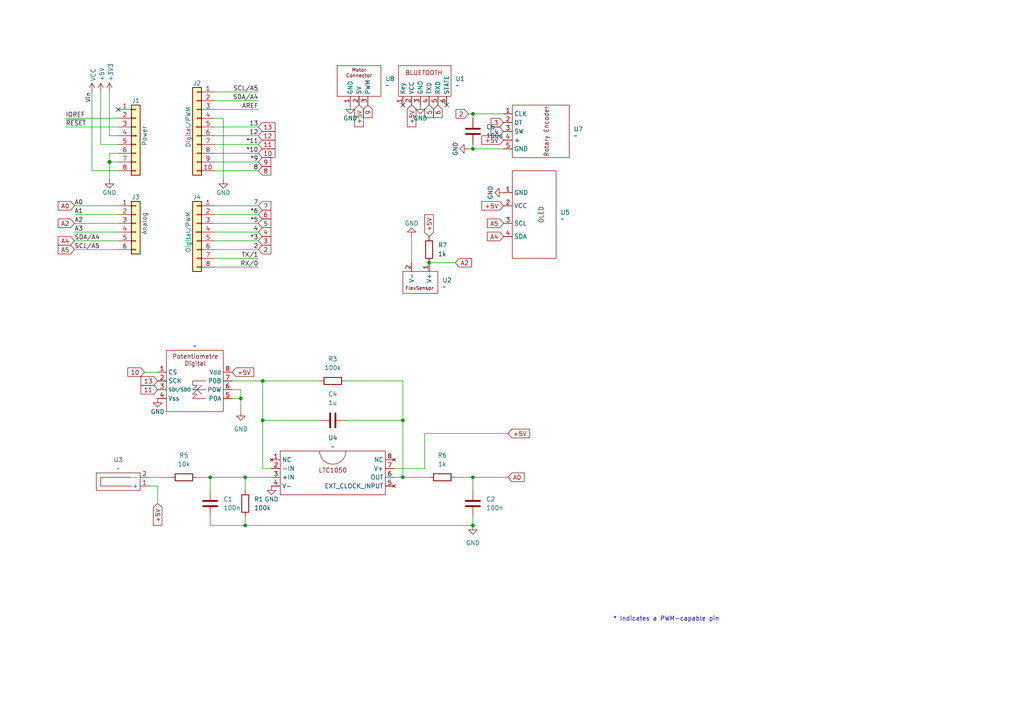
<source format=kicad_sch>
(kicad_sch (version 20250114) (generator "eeschema") (generator_version "9.0")
  (paper "A4")
  (title_block (date "mar. 31 mars 2015"))
  (lib_symbols
    (symbol "Connector_Generic:Conn_01x06" (pin_names (offset 1.016) (hide yes))
      (property "Reference" "J" (at 0 7.62 0))
      (property "Value" "Conn_01x06" (at 0 -10.16 0))
      (symbol "Conn_01x06_1_1"
        (rectangle (start -1.27 6.35) (end 1.27 -8.89) (stroke (width 0.254)) (fill (type background)))
        (rectangle (start -1.27 5.207) (end 0 4.953) (stroke (width 0.1524)))
        (rectangle (start -1.27 2.667) (end 0 2.413) (stroke (width 0.1524)))
        (rectangle (start -1.27 0.127) (end 0 -0.127) (stroke (width 0.1524)))
        (rectangle (start -1.27 -2.413) (end 0 -2.667) (stroke (width 0.1524)))
        (rectangle (start -1.27 -4.953) (end 0 -5.207) (stroke (width 0.1524)))
        (rectangle (start -1.27 -7.493) (end 0 -7.747) (stroke (width 0.1524)))
        (pin passive line (at -5.08 5.08 0) (length 3.81) (name "Pin_1") (number "1"))
        (pin passive line (at -5.08 2.54 0) (length 3.81) (name "Pin_2") (number "2"))
        (pin passive line (at -5.08 0 0) (length 3.81) (name "Pin_3") (number "3"))
        (pin passive line (at -5.08 -2.54 0) (length 3.81) (name "Pin_4") (number "4"))
        (pin passive line (at -5.08 -5.08 0) (length 3.81) (name "Pin_5") (number "5"))
        (pin passive line (at -5.08 -7.62 0) (length 3.81) (name "Pin_6") (number "6"))
      )
    )
    (symbol "Connector_Generic:Conn_01x08" (pin_names (offset 1.016) (hide yes))
      (property "Reference" "J" (at 0 10.16 0))
      (property "Value" "Conn_01x08" (at 0 -12.7 0))
      (symbol "Conn_01x08_1_1"
        (rectangle (start -1.27 8.89) (end 1.27 -11.43) (stroke (width 0.254)) (fill (type background)))
        (rectangle (start -1.27 7.747) (end 0 7.493) (stroke (width 0.1524)))
        (rectangle (start -1.27 5.207) (end 0 4.953) (stroke (width 0.1524)))
        (rectangle (start -1.27 2.667) (end 0 2.413) (stroke (width 0.1524)))
        (rectangle (start -1.27 0.127) (end 0 -0.127) (stroke (width 0.1524)))
        (rectangle (start -1.27 -2.413) (end 0 -2.667) (stroke (width 0.1524)))
        (rectangle (start -1.27 -4.953) (end 0 -5.207) (stroke (width 0.1524)))
        (rectangle (start -1.27 -7.493) (end 0 -7.747) (stroke (width 0.1524)))
        (rectangle (start -1.27 -10.033) (end 0 -10.287) (stroke (width 0.1524)))
        (pin passive line (at -5.08 7.62 0) (length 3.81) (name "Pin_1") (number "1"))
        (pin passive line (at -5.08 5.08 0) (length 3.81) (name "Pin_2") (number "2"))
        (pin passive line (at -5.08 2.54 0) (length 3.81) (name "Pin_3") (number "3"))
        (pin passive line (at -5.08 0 0) (length 3.81) (name "Pin_4") (number "4"))
        (pin passive line (at -5.08 -2.54 0) (length 3.81) (name "Pin_5") (number "5"))
        (pin passive line (at -5.08 -5.08 0) (length 3.81) (name "Pin_6") (number "6"))
        (pin passive line (at -5.08 -7.62 0) (length 3.81) (name "Pin_7") (number "7"))
        (pin passive line (at -5.08 -10.16 0) (length 3.81) (name "Pin_8") (number "8"))
      )
    )
    (symbol "Connector_Generic:Conn_01x10" (pin_names (offset 1.016) (hide yes))
      (property "Reference" "J" (at 0 12.7 0))
      (property "Value" "Conn_01x10" (at 0 -15.24 0))
      (symbol "Conn_01x10_1_1"
        (rectangle (start -1.27 11.43) (end 1.27 -13.97) (stroke (width 0.254)) (fill (type background)))
        (rectangle (start -1.27 10.287) (end 0 10.033) (stroke (width 0.1524)))
        (rectangle (start -1.27 7.747) (end 0 7.493) (stroke (width 0.1524)))
        (rectangle (start -1.27 5.207) (end 0 4.953) (stroke (width 0.1524)))
        (rectangle (start -1.27 2.667) (end 0 2.413) (stroke (width 0.1524)))
        (rectangle (start -1.27 0.127) (end 0 -0.127) (stroke (width 0.1524)))
        (rectangle (start -1.27 -2.413) (end 0 -2.667) (stroke (width 0.1524)))
        (rectangle (start -1.27 -4.953) (end 0 -5.207) (stroke (width 0.1524)))
        (rectangle (start -1.27 -7.493) (end 0 -7.747) (stroke (width 0.1524)))
        (rectangle (start -1.27 -10.033) (end 0 -10.287) (stroke (width 0.1524)))
        (rectangle (start -1.27 -12.573) (end 0 -12.827) (stroke (width 0.1524)))
        (pin passive line (at -5.08 10.16 0) (length 3.81) (name "Pin_1") (number "1"))
        (pin passive line (at -5.08 7.62 0) (length 3.81) (name "Pin_2") (number "2"))
        (pin passive line (at -5.08 5.08 0) (length 3.81) (name "Pin_3") (number "3"))
        (pin passive line (at -5.08 2.54 0) (length 3.81) (name "Pin_4") (number "4"))
        (pin passive line (at -5.08 0 0) (length 3.81) (name "Pin_5") (number "5"))
        (pin passive line (at -5.08 -2.54 0) (length 3.81) (name "Pin_6") (number "6"))
        (pin passive line (at -5.08 -5.08 0) (length 3.81) (name "Pin_7") (number "7"))
        (pin passive line (at -5.08 -7.62 0) (length 3.81) (name "Pin_8") (number "8"))
        (pin passive line (at -5.08 -10.16 0) (length 3.81) (name "Pin_9") (number "9"))
        (pin passive line (at -5.08 -12.7 0) (length 3.81) (name "Pin_10") (number "10"))
      )
    )
    (symbol "Device:C" (pin_numbers (hide yes)) (pin_names (offset 0.254))
      (property "Reference" "C" (at 0.635 2.54 0))
      (property "Value" "C" (at 0.635 -2.54 0))
      (symbol "C_0_1"
        (polyline (pts (xy -2.032 0.762) (xy 2.032 0.762)) (stroke (width 0.508)))
        (polyline (pts (xy -2.032 -0.762) (xy 2.032 -0.762)) (stroke (width 0.508)))
      )
      (symbol "C_1_1"
        (pin passive line (at 0 3.81 270) (length 2.794) (name "~") (number "1"))
        (pin passive line (at 0 -3.81 90) (length 2.794) (name "~") (number "2"))
      )
    )
    (symbol "Device:R" (pin_numbers (hide yes)) (pin_names (offset 0))
      (property "Reference" "R" (at 2.032 0 90))
      (property "Value" "R" (at 0 0 90))
      (symbol "R_0_1"
        (rectangle (start -1.016 -2.54) (end 1.016 2.54) (stroke (width 0.254)))
      )
      (symbol "R_1_1"
        (pin passive line (at 0 3.81 270) (length 1.27) (name "~") (number "1"))
        (pin passive line (at 0 -3.81 90) (length 1.27) (name "~") (number "2"))
      )
    )
    (symbol "Projet_Capteur_Librairie_Symbole:Symbole_Bluetooth"
      (property "Reference" "U" (at 0 11.43 0))
      (symbol "Symbole_Bluetooth_0_1"
        (rectangle (start -7.62 13.97) (end 7.62 5.08))
      )
      (symbol "Symbole_Bluetooth_1_1"
        (text "BLUETOOTH\n" (at -0.254 11.938 0) (effects (font (size 1.27 1.27))))
        (pin input line (at -6.35 2.54 90) (length 2.54) (name "Key") (number "1"))
        (pin input line (at -3.81 2.54 90) (length 2.54) (name "VCC") (number "2"))
        (pin input line (at -1.27 2.54 90) (length 2.54) (name "GND") (number "3"))
        (pin output line (at 1.27 2.54 90) (length 2.54) (name "TXD") (number "4"))
        (pin input line (at 3.81 2.54 90) (length 2.54) (name "RXD") (number "5"))
        (pin output line (at 6.35 2.54 90) (length 2.54) (name "STATE") (number "6"))
      )
    )
    (symbol "Projet_Capteur_Librairie_Symbole:Symbole_ConnectorMotor"
      (property "Reference" "U" (at 0 0 0))
      (symbol "Symbole_ConnectorMotor_0_1"
        (rectangle (start -6.35 8.89) (end 6.35 0))
      )
      (symbol "Symbole_ConnectorMotor_1_1"
        (text "Motor\nConnector" (at 0 6.858 0) (effects (font (size 1 1))))
        (pin input line (at -2.54 -2.54 90) (length 2.54) (name "GND") (number "1"))
        (pin input line (at 0 -2.54 90) (length 2.54) (name "5V") (number "2"))
        (pin input line (at 2.54 -2.54 90) (length 2.54) (name "PWM") (number "3"))
      )
    )
    (symbol "Projet_Capteur_Librairie_Symbole:Symbole_FlexSensor"
      (property "Reference" "U" (at 0 0 0))
      (symbol "Symbole_FlexSensor_0_1"
        (rectangle (start -5.08 8.89) (end 5.08 2.54))
      )
      (symbol "Symbole_FlexSensor_1_1"
        (text "FlexSensor" (at 0.254 7.366 0) (effects (font (size 1 1))))
        (pin input line (at -2.54 0 90) (length 2.54) (name "V+") (number "1"))
        (pin output line (at 2.54 0 90) (length 2.54) (name "V-") (number "2"))
      )
    )
    (symbol "Projet_Capteur_Librairie_Symbole:Symbole_Graphite_Sensor"
      (property "Reference" "U" (at 0 3.81 0))
      (symbol "Symbole_Graphite_Sensor_0_1"
        (rectangle (start -2.54 12.7) (end 2.54 0))
        (polyline (pts (xy -1.27 2.54) (xy -1.27 11.43) (xy 1.27 11.43) (xy 1.27 2.54)))
      )
      (symbol "Symbole_Graphite_Sensor_1_1"
        (pin input line (at -1.27 -2.54 90) (length 2.54) (name "+") (number "1"))
        (pin input line (at 1.27 -2.54 90) (length 2.54) (name "-") (number "2"))
      )
    )
    (symbol "Projet_Capteur_Librairie_Symbole:Symbole_LTC1050"
      (property "Reference" "U" (at 0 -2.794 0))
      (symbol "Symbole_LTC1050_0_1"
        (rectangle (start -15.24 5.08) (end 15.24 -7.62))
        (arc (start 3.81 5.08) (mid 0 1.27) (end -3.81 5.08))
      )
      (symbol "Symbole_LTC1050_1_1"
        (text "LTC1050" (at 0 -0.508 0) (effects (font (size 1.27 1.27))))
        (pin no_connect line (at -17.78 2.54 0) (length 2.54) (name "NC") (number "1"))
        (pin input line (at -17.78 0 0) (length 2.54) (name "-IN") (number "2"))
        (pin input line (at -17.78 -2.54 0) (length 2.54) (name "+IN") (number "3"))
        (pin input line (at -17.78 -5.08 0) (length 2.54) (name "V-") (number "4"))
        (pin no_connect line (at 17.78 2.54 180) (length 2.54) (name "NC") (number "8"))
        (pin input line (at 17.78 0 180) (length 2.54) (name "V+") (number "7"))
        (pin output line (at 17.78 -2.54 180) (length 2.54) (name "OUT") (number "6"))
        (pin no_connect line (at 17.78 -5.08 180) (length 2.54) (name "EXT_CLOCK_INPUT") (number "5"))
      )
    )
    (symbol "Projet_Capteur_Librairie_Symbole:Symbole_OLED"
      (property "Reference" "U" (at 0 5.08 0))
      (symbol "Symbole_OLED_0_1"
        (rectangle (start -12.7 12.7) (end 12.7 0))
      )
      (symbol "Symbole_OLED_1_1"
        (text "OLED" (at 0 8.382 0) (effects (font (size 1.27 1.27))))
        (pin input line (at -6.35 -2.54 90) (length 2.54) (name "GND") (number "1"))
        (pin input line (at -2.54 -2.54 90) (length 2.54) (name "VCC") (number "2"))
        (pin input line (at 2.54 -2.54 90) (length 2.54) (name "SCL") (number "3"))
        (pin input line (at 6.35 -2.54 90) (length 2.54) (name "SDA") (number "4"))
      )
    )
    (symbol "Projet_Capteur_Librairie_Symbole:Symbole_PotentiometreDigital"
      (symbol "Symbole_PotentiometreDigital_0_1"
        (rectangle (start -8.89 10.16) (end 7.62 -7.62))
        (polyline (pts (xy 2.54 1.27) (xy 0 1.27) (xy -1.27 1.27) (xy -1.27 0) (xy 0 0) (xy -1.27 -1.27) (xy 0 -1.27) (xy -1.27 -2.54) (xy 0 -2.54) (xy -1.27 -3.81) (xy 2.54 -3.81)))
        (polyline (pts (xy 2.54 -1.27) (xy 0 -1.27) (xy 1.27 0) (xy 0 -1.27) (xy 1.27 -2.54)))
      )
      (symbol "Symbole_PotentiometreDigital_1_1"
        (text "Potentiometre\nDigital" (at -0.508 7.366 0) (effects (font (size 1.27 1.27))))
        (pin bidirectional line (at -11.43 3.81 0) (length 2.54) (name "CS") (number "1"))
        (pin bidirectional line (at -11.43 1.27 0) (length 2.54) (name "SCK") (number "2"))
        (pin bidirectional line (at -11.43 -1.27 0) (length 2.54) (name "SDI/SDO") (number "3"))
        (pin bidirectional line (at -11.43 -3.81 0) (length 2.54) (name "Vss") (number "4"))
        (pin bidirectional line (at 10.16 3.81 180) (length 2.54) (name "Vdd") (number "8"))
        (pin bidirectional line (at 10.16 1.27 180) (length 2.54) (name "P0B") (number "7"))
        (pin bidirectional line (at 10.16 -1.27 180) (length 2.54) (name "P0W") (number "6"))
        (pin bidirectional line (at 10.16 -3.81 180) (length 2.54) (name "P0A") (number "5"))
      )
    )
    (symbol "Projet_Capteur_Librairie_Symbole:Symbole_RotaryEncoder"
      (property "Reference" "U" (at 0 12.446 0))
      (symbol "Symbole_RotaryEncoder_0_1"
        (rectangle (start -7.62 16.51) (end 7.62 0))
      )
      (symbol "Symbole_RotaryEncoder_1_1"
        (text "Rotary Encoder" (at 0 9.906 0) (effects (font (size 1.27 1.27))))
        (pin input line (at -5.08 -2.54 90) (length 2.54) (name "CLK") (number "1"))
        (pin input line (at -2.54 -2.54 90) (length 2.54) (name "DT") (number "2"))
        (pin input line (at 0 -2.54 90) (length 2.54) (name "SW") (number "3"))
        (pin input line (at 2.54 -2.54 90) (length 2.54) (name "+") (number "4"))
        (pin input line (at 5.08 -2.54 90) (length 2.54) (name "GND") (number "5"))
      )
    )
    (symbol "power:+3V3" (power) (pin_numbers (hide yes)) (pin_names (offset 0) (hide yes))
      (property "Value" "+3V3" (at 0 3.556 0))
      (symbol "+3V3_0_1"
        (polyline (pts (xy -0.762 1.27) (xy 0 2.54)))
        (polyline (pts (xy 0 2.54) (xy 0.762 1.27)))
        (polyline (pts (xy 0 0) (xy 0 2.54)))
      )
      (symbol "+3V3_1_1"
        (pin power_in line (at 0 0 90) (length 0) (name "~") (number "1"))
      )
    )
    (symbol "power:+5V" (power) (pin_numbers (hide yes)) (pin_names (offset 0) (hide yes))
      (property "Value" "+5V" (at 0 3.556 0))
      (symbol "+5V_0_1"
        (polyline (pts (xy -0.762 1.27) (xy 0 2.54)))
        (polyline (pts (xy 0 2.54) (xy 0.762 1.27)))
        (polyline (pts (xy 0 0) (xy 0 2.54)))
      )
      (symbol "+5V_1_1"
        (pin power_in line (at 0 0 90) (length 0) (name "~") (number "1"))
      )
    )
    (symbol "power:GND" (power) (pin_numbers (hide yes)) (pin_names (offset 0) (hide yes))
      (property "Value" "GND" (at 0 -3.81 0))
      (symbol "GND_0_1"
        (polyline (pts (xy 0 0) (xy 0 -1.27) (xy 1.27 -1.27) (xy 0 -2.54) (xy -1.27 -1.27) (xy 0 -1.27)))
      )
      (symbol "GND_1_1"
        (pin power_in line (at 0 0 270) (length 0) (name "~") (number "1"))
      )
    )
    (symbol "power:VCC" (power) (pin_numbers (hide yes)) (pin_names (offset 0) (hide yes))
      (property "Value" "VCC" (at 0 3.556 0))
      (symbol "VCC_0_1"
        (polyline (pts (xy -0.762 1.27) (xy 0 2.54)))
        (polyline (pts (xy 0 2.54) (xy 0.762 1.27)))
        (polyline (pts (xy 0 0) (xy 0 2.54)))
      )
      (symbol "VCC_1_1"
        (pin power_in line (at 0 0 90) (length 0) (name "~") (number "1"))
      )
    )
  )
  (text "* Indicates a PWM-capable pin" (at 177.8 180.34 0) (effects (font (size 1.27 1.27)) (justify left bottom)))
  (junction (at 69.85 115.57))
  (junction (at 31.75 46.99) (diameter 1.016))
  (junction (at 76.2 121.92))
  (junction (at 76.2 110.49))
  (junction (at 116.84 121.92))
  (junction (at 60.96 138.43))
  (junction (at 71.12 138.43))
  (junction (at 124.46 76.2))
  (junction (at 137.16 152.4))
  (junction (at 71.12 152.4))
  (junction (at 137.16 43.18))
  (junction (at 137.16 33.02))
  (junction (at 116.84 138.43))
  (junction (at 137.16 138.43))
  (no_connect (at 34.29 31.75))
  (no_connect (at 116.84 30.48))
  (no_connect (at 129.54 30.48))
  (wire (pts (xy 62.23 77.47) (xy 74.93 77.47)))
  (wire (pts (xy 62.23 44.45) (xy 74.93 44.45)))
  (wire (pts (xy 114.3 135.89) (xy 123.19 135.89)))
  (wire (pts (xy 62.23 26.67) (xy 74.93 26.67)))
  (wire (pts (xy 67.31 113.03) (xy 69.85 113.03)))
  (wire (pts (xy 124.46 76.2) (xy 132.08 76.2)))
  (wire (pts (xy 137.16 33.02) (xy 146.05 33.02)))
  (wire (pts (xy 31.75 44.45) (xy 31.75 46.99)))
  (wire (pts (xy 123.19 125.73) (xy 123.19 135.89)))
  (wire (pts (xy 21.59 72.39) (xy 34.29 72.39)))
  (wire (pts (xy 57.15 138.43) (xy 60.96 138.43)))
  (wire (pts (xy 43.18 138.43) (xy 49.53 138.43)))
  (wire (pts (xy 132.08 138.43) (xy 137.16 138.43)))
  (wire (pts (xy 31.75 46.99) (xy 31.75 52.07)))
  (wire (pts (xy 135.89 43.18) (xy 137.16 43.18)))
  (wire (pts (xy 31.75 39.37) (xy 34.29 39.37)))
  (wire (pts (xy 29.21 41.91) (xy 34.29 41.91)))
  (wire (pts (xy 137.16 149.86) (xy 137.16 152.4)))
  (wire (pts (xy 29.21 26.67) (xy 29.21 41.91)))
  (wire (pts (xy 62.23 36.83) (xy 74.93 36.83)))
  (wire (pts (xy 137.16 33.02) (xy 137.16 34.29)))
  (wire (pts (xy 114.3 138.43) (xy 116.84 138.43)))
  (wire (pts (xy 31.75 26.67) (xy 31.75 39.37)))
  (wire (pts (xy 62.23 59.69) (xy 74.93 59.69)))
  (wire (pts (xy 71.12 138.43) (xy 78.74 138.43)))
  (wire (pts (xy 78.74 135.89) (xy 76.2 135.89)))
  (wire (pts (xy 34.29 59.69) (xy 21.59 59.69)))
  (wire (pts (xy 67.31 110.49) (xy 76.2 110.49)))
  (wire (pts (xy 62.23 39.37) (xy 74.93 39.37)))
  (wire (pts (xy 62.23 62.23) (xy 74.93 62.23)))
  (wire (pts (xy 76.2 121.92) (xy 92.71 121.92)))
  (wire (pts (xy 116.84 110.49) (xy 116.84 121.92)))
  (wire (pts (xy 135.89 33.02) (xy 137.16 33.02)))
  (wire (pts (xy 62.23 46.99) (xy 74.93 46.99)))
  (wire (pts (xy 41.91 107.95) (xy 45.72 107.95)))
  (wire (pts (xy 60.96 152.4) (xy 71.12 152.4)))
  (wire (pts (xy 76.2 121.92) (xy 76.2 135.89)))
  (wire (pts (xy 62.23 67.31) (xy 74.93 67.31)))
  (wire (pts (xy 19.05 34.29) (xy 34.29 34.29)))
  (wire (pts (xy 116.84 138.43) (xy 124.46 138.43)))
  (wire (pts (xy 137.16 43.18) (xy 146.05 43.18)))
  (wire (pts (xy 100.33 110.49) (xy 116.84 110.49)))
  (wire (pts (xy 64.77 34.29) (xy 64.77 52.07)))
  (wire (pts (xy 62.23 31.75) (xy 74.93 31.75)))
  (wire (pts (xy 45.72 140.97) (xy 45.72 146.05)))
  (wire (pts (xy 43.18 140.97) (xy 45.72 140.97)))
  (wire (pts (xy 60.96 149.86) (xy 60.96 152.4)))
  (wire (pts (xy 34.29 64.77) (xy 21.59 64.77)))
  (wire (pts (xy 19.05 36.83) (xy 34.29 36.83)))
  (wire (pts (xy 34.29 46.99) (xy 31.75 46.99)))
  (wire (pts (xy 60.96 138.43) (xy 71.12 138.43)))
  (wire (pts (xy 71.12 149.86) (xy 71.12 152.4)))
  (wire (pts (xy 123.19 125.73) (xy 147.32 125.73)))
  (wire (pts (xy 71.12 152.4) (xy 137.16 152.4)))
  (wire (pts (xy 34.29 49.53) (xy 26.67 49.53)))
  (wire (pts (xy 21.59 62.23) (xy 34.29 62.23)))
  (wire (pts (xy 67.31 115.57) (xy 69.85 115.57)))
  (wire (pts (xy 62.23 34.29) (xy 64.77 34.29)))
  (wire (pts (xy 137.16 138.43) (xy 147.32 138.43)))
  (wire (pts (xy 34.29 44.45) (xy 31.75 44.45)))
  (wire (pts (xy 62.23 41.91) (xy 74.93 41.91)))
  (wire (pts (xy 69.85 113.03) (xy 69.85 115.57)))
  (wire (pts (xy 60.96 138.43) (xy 60.96 142.24)))
  (wire (pts (xy 62.23 64.77) (xy 74.93 64.77)))
  (wire (pts (xy 71.12 138.43) (xy 71.12 142.24)))
  (wire (pts (xy 21.59 67.31) (xy 34.29 67.31)))
  (wire (pts (xy 137.16 138.43) (xy 137.16 142.24)))
  (wire (pts (xy 69.85 115.57) (xy 69.85 119.38)))
  (wire (pts (xy 116.84 121.92) (xy 116.84 138.43)))
  (wire (pts (xy 62.23 29.21) (xy 74.93 29.21)))
  (wire (pts (xy 76.2 110.49) (xy 76.2 121.92)))
  (wire (pts (xy 62.23 72.39) (xy 74.93 72.39)))
  (wire (pts (xy 119.38 68.58) (xy 119.38 76.2)))
  (wire (pts (xy 62.23 69.85) (xy 74.93 69.85)))
  (wire (pts (xy 137.16 41.91) (xy 137.16 43.18)))
  (wire (pts (xy 92.71 110.49) (xy 76.2 110.49)))
  (wire (pts (xy 62.23 74.93) (xy 74.93 74.93)))
  (wire (pts (xy 26.67 49.53) (xy 26.67 26.67)))
  (wire (pts (xy 100.33 121.92) (xy 116.84 121.92)))
  (wire (pts (xy 34.29 69.85) (xy 21.59 69.85)))
  (wire (pts (xy 62.23 49.53) (xy 74.93 49.53)))
  (label "RX{slash}0" (at 74.93 77.47 180))
  (label "A2" (at 21.59 64.77 0))
  (label "4" (at 74.93 67.31 180))
  (label "2" (at 74.93 72.39 180))
  (label "A3" (at 21.59 67.31 0))
  (label "13" (at 74.93 36.83 180))
  (label "12" (at 74.93 39.37 180))
  (label "~{RESET}" (at 19.05 36.83 0))
  (label "*10" (at 74.93 44.45 180))
  (label "7" (at 74.93 59.69 180))
  (label "SDA{slash}A4" (at 74.93 29.21 180))
  (label "8" (at 74.93 49.53 180))
  (label "*11" (at 74.93 41.91 180))
  (label "*3" (at 74.93 69.85 180))
  (label "A1" (at 21.59 62.23 0))
  (label "TX{slash}1" (at 74.93 74.93 180))
  (label "A0" (at 21.59 59.69 0))
  (label "AREF" (at 74.93 31.75 180))
  (label "Vin" (at 26.67 26.67 270))
  (label "*6" (at 74.93 62.23 180))
  (label "SCL{slash}A5" (at 74.93 26.67 180))
  (label "*9" (at 74.93 46.99 180))
  (label "*5" (at 74.93 64.77 180))
  (label "IOREF" (at 19.05 34.29 0))
  (label "SDA{slash}A4" (at 21.59 69.85 0))
  (label "SCL{slash}A5" (at 21.59 72.39 0))
  (global_label "6" (shape input) (at 74.93 62.23 0) (property "Intersheetrefs" "${INTERSHEET_REFS}" (effects (hide yes))))
  (global_label "9" (shape input) (at 106.68 30.48 270) (property "Intersheetrefs" "${INTERSHEET_REFS}" (effects (hide yes))))
  (global_label "A0" (shape input) (at 21.59 59.69 180) (property "Intersheetrefs" "${INTERSHEET_REFS}" (effects (hide yes))))
  (global_label "+5V" (shape input) (at 45.72 146.05 270) (property "Intersheetrefs" "${INTERSHEET_REFS}" (effects (hide yes))))
  (global_label "+5V" (shape input) (at 124.46 68.58 90) (property "Intersheetrefs" "${INTERSHEET_REFS}" (effects (hide yes))))
  (global_label "11" (shape input) (at 74.93 41.91 0) (property "Intersheetrefs" "${INTERSHEET_REFS}" (effects (hide yes))))
  (global_label "4" (shape input) (at 74.93 67.31 0) (property "Intersheetrefs" "${INTERSHEET_REFS}" (effects (hide yes))))
  (global_label "9" (shape input) (at 74.93 46.99 0) (property "Intersheetrefs" "${INTERSHEET_REFS}" (effects (hide yes))))
  (global_label "11" (shape input) (at 45.72 113.03 180) (property "Intersheetrefs" "${INTERSHEET_REFS}" (effects (hide yes))))
  (global_label "13" (shape input) (at 45.72 110.49 180) (property "Intersheetrefs" "${INTERSHEET_REFS}" (effects (hide yes))))
  (global_label "+5V" (shape input) (at 146.05 40.64 180) (property "Intersheetrefs" "${INTERSHEET_REFS}" (effects (hide yes))))
  (global_label "+5V" (shape input) (at 67.31 107.95 0) (property "Intersheetrefs" "${INTERSHEET_REFS}" (effects (hide yes))))
  (global_label "5" (shape input) (at 74.93 64.77 0) (property "Intersheetrefs" "${INTERSHEET_REFS}" (effects (hide yes))))
  (global_label "8" (shape input) (at 74.93 49.53 0) (property "Intersheetrefs" "${INTERSHEET_REFS}" (effects (hide yes))))
  (global_label "+5V" (shape input) (at 119.38 30.48 270) (property "Intersheetrefs" "${INTERSHEET_REFS}" (effects (hide yes))))
  (global_label "5" (shape input) (at 124.46 30.48 270) (property "Intersheetrefs" "${INTERSHEET_REFS}" (effects (hide yes))))
  (global_label "A2" (shape input) (at 21.59 64.77 180) (property "Intersheetrefs" "${INTERSHEET_REFS}" (effects (hide yes))))
  (global_label "2" (shape input) (at 135.89 33.02 180) (property "Intersheetrefs" "${INTERSHEET_REFS}" (effects (hide yes))))
  (global_label "12" (shape input) (at 74.93 39.37 0) (property "Intersheetrefs" "${INTERSHEET_REFS}" (effects (hide yes))))
  (global_label "A2" (shape input) (at 132.08 76.2 0) (property "Intersheetrefs" "${INTERSHEET_REFS}" (effects (hide yes))))
  (global_label "A5" (shape input) (at 21.59 72.39 180) (property "Intersheetrefs" "${INTERSHEET_REFS}" (effects (hide yes))))
  (global_label "+5V" (shape input) (at 146.05 59.69 180) (property "Intersheetrefs" "${INTERSHEET_REFS}" (effects (hide yes))))
  (global_label "13" (shape input) (at 74.93 36.83 0) (property "Intersheetrefs" "${INTERSHEET_REFS}" (effects (hide yes))))
  (global_label "A5" (shape input) (at 146.05 64.77 180) (property "Intersheetrefs" "${INTERSHEET_REFS}" (effects (hide yes))))
  (global_label "7" (shape input) (at 74.93 59.69 0) (property "Intersheetrefs" "${INTERSHEET_REFS}" (effects (hide yes))))
  (global_label "2" (shape input) (at 74.93 72.39 0) (property "Intersheetrefs" "${INTERSHEET_REFS}" (effects (hide yes))))
  (global_label "3" (shape input) (at 146.05 35.56 180) (property "Intersheetrefs" "${INTERSHEET_REFS}" (effects (hide yes))))
  (global_label "A4" (shape input) (at 146.05 68.58 180) (property "Intersheetrefs" "${INTERSHEET_REFS}" (effects (hide yes))))
  (global_label "3" (shape input) (at 74.93 69.85 0) (property "Intersheetrefs" "${INTERSHEET_REFS}" (effects (hide yes))))
  (global_label "4" (shape input) (at 146.05 38.1 180) (property "Intersheetrefs" "${INTERSHEET_REFS}" (effects (hide yes))))
  (global_label "6" (shape input) (at 127 30.48 270) (property "Intersheetrefs" "${INTERSHEET_REFS}" (effects (hide yes))))
  (global_label "+5V" (shape input) (at 104.14 30.48 270) (property "Intersheetrefs" "${INTERSHEET_REFS}" (effects (hide yes))))
  (global_label "+5V" (shape input) (at 147.32 125.73 0) (property "Intersheetrefs" "${INTERSHEET_REFS}" (effects (hide yes))))
  (global_label "10" (shape input) (at 41.91 107.95 180) (property "Intersheetrefs" "${INTERSHEET_REFS}" (effects (hide yes))))
  (global_label "10" (shape input) (at 74.93 44.45 0) (property "Intersheetrefs" "${INTERSHEET_REFS}" (effects (hide yes))))
  (global_label "A0" (shape input) (at 147.32 138.43 0) (property "Intersheetrefs" "${INTERSHEET_REFS}" (effects (hide yes))))
  (global_label "A4" (shape input) (at 21.59 69.85 180) (property "Intersheetrefs" "${INTERSHEET_REFS}" (effects (hide yes))))
  (symbol (lib_id "Connector_Generic:Conn_01x08") (at 39.37 39.37 0) (unit 1)
    (property "Reference" "J1" (at 39.37 29.21 0))
    (property "Value" "Power" (at 41.91 39.37 90))
    (property "Footprint" "Connector_PinSocket_2.54mm:PinSocket_1x08_P2.54mm_Vertical" (effects (hide yes)))
    (property "Datasheet" "~" (at 39.37 39.37 0))
    (property "Description" "Generic connector, single row, 01x08, script generated (kicad-library-utils/schlib/autogen/connector/)" (effects (hide yes)))
  )
  (symbol (lib_id "power:+3V3") (at 31.75 26.67 0) (unit 1)
    (property "Reference" "#PWR03" (effects (hide yes)))
    (property "Value" "+3V3" (at 32.131 23.622 90) (effects (justify left)))
    (property "Description" "Power symbol creates a global label with name \"+3V3\"" (effects (hide yes)))
  )
  (symbol (lib_id "power:+5V") (at 29.21 26.67 0) (unit 1)
    (property "Reference" "#PWR02" (effects (hide yes)))
    (property "Value" "+5V" (at 29.5656 23.622 90) (effects (justify left)))
    (property "Description" "Power symbol creates a global label with name \"+5V\"" (effects (hide yes)))
  )
  (symbol (lib_id "power:GND") (at 31.75 52.07 0) (unit 1)
    (property "Reference" "#PWR04" (effects (hide yes)))
    (property "Value" "GND" (at 31.75 55.88 0))
    (property "Description" "Power symbol creates a global label with name \"GND\" , ground" (effects (hide yes)))
  )
  (symbol (lib_id "Connector_Generic:Conn_01x10") (at 57.15 36.83 0) (mirror y) (unit 1)
    (property "Reference" "J2" (at 57.15 24.13 0))
    (property "Value" "Digital/PWM" (at 54.61 36.83 90))
    (property "Footprint" "Connector_PinSocket_2.54mm:PinSocket_1x10_P2.54mm_Vertical" (effects (hide yes)))
    (property "Datasheet" "~" (at 57.15 36.83 0))
    (property "Description" "Generic connector, single row, 01x10, script generated (kicad-library-utils/schlib/autogen/connector/)" (effects (hide yes)))
  )
  (symbol (lib_id "power:GND") (at 64.77 52.07 0) (unit 1)
    (property "Reference" "#PWR05" (effects (hide yes)))
    (property "Value" "GND" (at 64.77 55.88 0))
    (property "Description" "Power symbol creates a global label with name \"GND\" , ground" (effects (hide yes)))
  )
  (symbol (lib_id "Connector_Generic:Conn_01x06") (at 39.37 64.77 0) (unit 1)
    (property "Reference" "J3" (at 39.37 57.15 0))
    (property "Value" "Analog" (at 41.91 64.77 90))
    (property "Footprint" "Connector_PinSocket_2.54mm:PinSocket_1x06_P2.54mm_Vertical" (effects (hide yes)))
    (property "Description" "Generic connector, single row, 01x06, script generated (kicad-library-utils/schlib/autogen/connector/)" (effects (hide yes)))
  )
  (symbol (lib_id "Connector_Generic:Conn_01x08") (at 57.15 67.31 0) (mirror y) (unit 1)
    (property "Reference" "J4" (at 57.15 57.15 0))
    (property "Value" "Digital/PWM" (at 54.61 67.31 90))
    (property "Footprint" "Connector_PinSocket_2.54mm:PinSocket_1x08_P2.54mm_Vertical" (effects (hide yes)))
    (property "Datasheet" "~" (at 57.15 67.31 0))
    (property "Description" "Generic connector, single row, 01x08, script generated (kicad-library-utils/schlib/autogen/connector/)" (effects (hide yes)))
  )
  (symbol (lib_id "Projet_Capteur_Librairie_Symbole:Symbole_Graphite_Sensor") (at 40.64 139.7 90) (unit 1)
    (property "Reference" "U3" (at 34.29 133.35 90))
    (property "Value" "~" (at 34.29 135.89 90))
    (property "Footprint" "Projet_Capteur_Librairie_Empreintes:Empreinte_GraphiteSensor" (effects (hide yes)))
  )
  (symbol (lib_id "power:GND") (at 69.85 119.38 0) (unit 1)
    (property "Reference" "#PWR07" (effects (hide yes)))
    (property "Value" "GND" (at 69.85 124.46 0))
    (property "Description" "Power symbol creates a global label with name \"GND\" , ground" (effects (hide yes)))
  )
  (symbol (lib_id "Device:R") (at 53.34 138.43 90) (unit 1)
    (property "Reference" "R5" (at 53.34 132.08 90))
    (property "Value" "10k" (at 53.34 134.62 90))
    (property "Footprint" "Resistor_THT:R_Axial_DIN0204_L3.6mm_D1.6mm_P5.08mm_Horizontal" (effects (hide yes)))
    (property "Description" "Resistor" (effects (hide yes)))
  )
  (symbol (lib_id "Device:R") (at 124.46 72.39 180) (unit 1)
    (property "Reference" "R7" (at 127 71.1199 0) (effects (justify right)))
    (property "Value" "1k" (at 127 73.6599 0) (effects (justify right)))
    (property "Footprint" "Resistor_THT:R_Axial_DIN0204_L3.6mm_D1.6mm_P5.08mm_Horizontal" (effects (hide yes)))
    (property "Description" "Resistor" (effects (hide yes)))
  )
  (symbol (lib_id "Projet_Capteur_Librairie_Symbole:Symbole_PotentiometreDigital") (at 57.15 111.76 0) (unit 1)
    (property "Reference" "U6" (effects (hide yes)))
    (property "Value" "~" (at 56.515 100.33 0))
    (property "Footprint" "Projet_Capteur_Librairie_Empreintes:Empreinte_PotentiometreDigital" (effects (hide yes)))
  )
  (symbol (lib_id "Device:C") (at 137.16 146.05 180) (unit 1)
    (property "Reference" "C2" (at 140.97 144.7799 0) (effects (justify right)))
    (property "Value" "100n" (at 140.97 147.3199 0) (effects (justify right)))
    (property "Footprint" "Capacitor_THT:C_Disc_D4.3mm_W1.9mm_P5.00mm" (effects (hide yes)))
    (property "Description" "Unpolarized capacitor" (effects (hide yes)))
  )
  (symbol (lib_id "Device:R") (at 128.27 138.43 90) (unit 1)
    (property "Reference" "R6" (at 128.27 132.08 90))
    (property "Value" "1k" (at 128.27 134.62 90))
    (property "Footprint" "Resistor_THT:R_Axial_DIN0207_L6.3mm_D2.5mm_P7.62mm_Horizontal" (effects (hide yes)))
    (property "Description" "Resistor" (effects (hide yes)))
  )
  (symbol (lib_id "power:VCC") (at 26.67 26.67 0) (unit 1)
    (property "Reference" "#PWR01" (effects (hide yes)))
    (property "Value" "VCC" (at 27.051 23.622 90) (effects (justify left)))
    (property "Description" "Power symbol creates a global label with name \"VCC\"" (effects (hide yes)))
  )
  (symbol (lib_id "power:GND") (at 135.89 43.18 270) (unit 1)
    (property "Reference" "#PWR010" (effects (hide yes)))
    (property "Value" "GND" (at 132.08 43.18 0))
    (property "Description" "Power symbol creates a global label with name \"GND\" , ground" (effects (hide yes)))
  )
  (symbol (lib_id "Projet_Capteur_Librairie_Symbole:Symbole_ConnectorMotor") (at 104.14 27.94 0) (unit 1)
    (property "Reference" "U8" (at 111.76 22.8599 0) (effects (justify left)))
    (property "Value" "~" (at 111.76 24.765 0) (effects (justify left)))
    (property "Footprint" "Projet_Capteur_Librairie_Empreintes:Empreinte_ConnecteurMoteur" (effects (hide yes)))
  )
  (symbol (lib_id "power:GND") (at 119.38 68.58 180) (unit 1)
    (property "Reference" "#PWR012" (effects (hide yes)))
    (property "Value" "GND" (at 119.38 64.77 0))
    (property "Description" "Power symbol creates a global label with name \"GND\" , ground" (effects (hide yes)))
  )
  (symbol (lib_id "power:GND") (at 45.72 115.57 0) (unit 1)
    (property "Reference" "#PWR014" (effects (hide yes)))
    (property "Value" "GND" (at 45.72 119.38 0))
    (property "Description" "Power symbol creates a global label with name \"GND\" , ground" (effects (hide yes)))
  )
  (symbol (lib_id "Device:C") (at 60.96 146.05 180) (unit 1)
    (property "Reference" "C1" (at 64.77 144.7799 0) (effects (justify right)))
    (property "Value" "100n" (at 64.77 147.3199 0) (effects (justify right)))
    (property "Footprint" "Capacitor_THT:C_Disc_D4.3mm_W1.9mm_P5.00mm" (effects (hide yes)))
    (property "Description" "Unpolarized capacitor" (effects (hide yes)))
  )
  (symbol (lib_id "Projet_Capteur_Librairie_Symbole:Symbole_Bluetooth") (at 123.19 33.02 0) (unit 1)
    (property "Reference" "U1" (at 132.08 22.8599 0) (effects (justify left)))
    (property "Value" "~" (at 132.08 24.765 0) (effects (justify left)))
    (property "Footprint" "Projet_Capteur_Librairie_Empreintes:Empreinte_Bluetooth" (effects (hide yes)))
  )
  (symbol (lib_id "Device:C") (at 137.16 38.1 0) (unit 1)
    (property "Reference" "C5" (at 140.97 36.8299 0) (effects (justify left)))
    (property "Value" "100n" (at 140.97 39.3699 0) (effects (justify left)))
    (property "Footprint" "Capacitor_THT:C_Disc_D4.3mm_W1.9mm_P5.00mm" (effects (hide yes)))
    (property "Description" "Unpolarized capacitor" (effects (hide yes)))
  )
  (symbol (lib_id "power:GND") (at 101.6 30.48 0) (unit 1)
    (property "Reference" "#PWR08" (effects (hide yes)))
    (property "Value" "GND" (at 101.6 34.29 0))
    (property "Description" "Power symbol creates a global label with name \"GND\" , ground" (effects (hide yes)))
  )
  (symbol (lib_id "Projet_Capteur_Librairie_Symbole:Symbole_OLED") (at 148.59 62.23 270) (unit 1)
    (property "Reference" "U5" (at 162.56 61.5949 90) (effects (justify left)))
    (property "Value" "~" (at 162.56 63.5 90) (effects (justify left)))
    (property "Footprint" "Projet_Capteur_Librairie_Empreintes:Empreinte_OLED" (effects (hide yes)))
  )
  (symbol (lib_id "Projet_Capteur_Librairie_Symbole:Symbole_RotaryEncoder") (at 148.59 38.1 270) (unit 1)
    (property "Reference" "U7" (at 166.37 37.4649 90) (effects (justify left)))
    (property "Value" "~" (at 166.37 39.37 90) (effects (justify left)))
    (property "Footprint" "Projet_Capteur_Librairie_Empreintes:Empreinte_Rotary_Encoder" (effects (hide yes)))
  )
  (symbol (lib_id "power:GND") (at 146.05 55.88 270) (unit 1)
    (property "Reference" "#PWR011" (effects (hide yes)))
    (property "Value" "GND" (at 142.24 55.88 0))
    (property "Description" "Power symbol creates a global label with name \"GND\" , ground" (effects (hide yes)))
  )
  (symbol (lib_id "power:GND") (at 78.74 140.97 0) (unit 1)
    (property "Reference" "#PWR013" (effects (hide yes)))
    (property "Value" "GND" (at 78.74 144.78 0))
    (property "Description" "Power symbol creates a global label with name \"GND\" , ground" (effects (hide yes)))
  )
  (symbol (lib_id "Device:R") (at 71.12 146.05 0) (unit 1)
    (property "Reference" "R1" (at 73.66 144.7799 0) (effects (justify left)))
    (property "Value" "100k" (at 73.66 147.3199 0) (effects (justify left)))
    (property "Footprint" "Resistor_THT:R_Axial_DIN0204_L3.6mm_D1.6mm_P5.08mm_Horizontal" (effects (hide yes)))
    (property "Description" "Resistor" (effects (hide yes)))
  )
  (symbol (lib_id "Projet_Capteur_Librairie_Symbole:Symbole_FlexSensor") (at 121.92 76.2 180) (unit 1)
    (property "Reference" "U2" (at 128.27 81.2799 0) (effects (justify right)))
    (property "Value" "~" (at 128.27 83.185 0) (effects (justify right)))
    (property "Footprint" "Projet_Capteur_Librairie_Empreintes:Empreinte_FlexSensor" (effects (hide yes)))
  )
  (symbol (lib_id "power:GND") (at 137.16 152.4 0) (unit 1)
    (property "Reference" "#PWR06" (effects (hide yes)))
    (property "Value" "GND" (at 137.16 157.48 0))
    (property "Description" "Power symbol creates a global label with name \"GND\" , ground" (effects (hide yes)))
  )
  (symbol (lib_id "Projet_Capteur_Librairie_Symbole:Symbole_LTC1050") (at 96.52 135.89 0) (unit 1)
    (property "Reference" "U4" (at 96.52 127 0))
    (property "Value" "~" (at 96.52 129.54 0))
    (property "Footprint" "Package_DIP:CERDIP-8_W7.62mm_SideBrazed_LongPads_Socket" (effects (hide yes)))
  )
  (symbol (lib_id "Device:R") (at 96.52 110.49 90) (unit 1)
    (property "Reference" "R3" (at 96.52 104.14 90))
    (property "Value" "100k" (at 96.52 106.68 90))
    (property "Footprint" "Resistor_THT:R_Axial_DIN0204_L3.6mm_D1.6mm_P5.08mm_Horizontal" (effects (hide yes)))
    (property "Description" "Resistor" (effects (hide yes)))
  )
  (symbol (lib_id "power:GND") (at 121.92 30.48 0) (unit 1)
    (property "Reference" "#PWR09" (effects (hide yes)))
    (property "Value" "GND" (at 121.92 34.29 0))
    (property "Description" "Power symbol creates a global label with name \"GND\" , ground" (effects (hide yes)))
  )
  (symbol (lib_id "Device:C") (at 96.52 121.92 90) (unit 1)
    (property "Reference" "C4" (at 96.52 114.3 90))
    (property "Value" "1u" (at 96.52 116.84 90))
    (property "Footprint" "Capacitor_THT:C_Rect_L7.0mm_W4.5mm_P5.00mm" (effects (hide yes)))
    (property "Description" "Unpolarized capacitor" (effects (hide yes)))
  )
)
</source>
